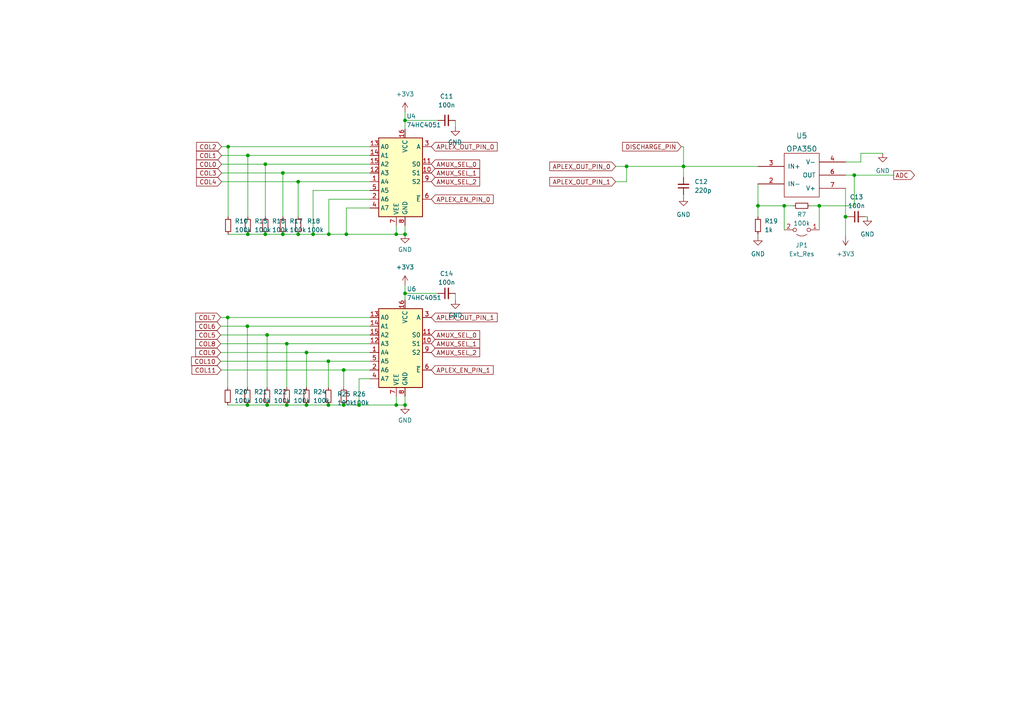
<source format=kicad_sch>
(kicad_sch (version 20230121) (generator eeschema)
  (paper "A4")
  (lib_symbols
    (symbol "74xx:74HC4051"
      (property "Reference" "U" (at -5.08 11.43 0))
      (property "Value" "74HC4051" (at -7.62 -13.97 0))
      (symbol "74HC4051_0_1"
        (rectangle (start -5.08 10.16) (end 7.62 -12.7) (stroke (width 0.254)) (fill (type background)))
      )
      (symbol "74HC4051_1_1"
        (pin passive line (at 10.16 -2.54 180) (length 2.54) (name "A4") (number "1"))
        (pin input line (at -7.62 0 0) (length 2.54) (name "S1") (number "10"))
        (pin input line (at -7.62 2.54 0) (length 2.54) (name "S0") (number "11"))
        (pin passive line (at 10.16 0 180) (length 2.54) (name "A3") (number "12"))
        (pin passive line (at 10.16 7.62 180) (length 2.54) (name "A0") (number "13"))
        (pin passive line (at 10.16 5.08 180) (length 2.54) (name "A1") (number "14"))
        (pin passive line (at 10.16 2.54 180) (length 2.54) (name "A2") (number "15"))
        (pin power_in line (at 0 12.7 270) (length 2.54) (name "VCC") (number "16"))
        (pin passive line (at 10.16 -7.62 180) (length 2.54) (name "A6") (number "2"))
        (pin passive line (at -7.62 7.62 0) (length 2.54) (name "A") (number "3"))
        (pin passive line (at 10.16 -10.16 180) (length 2.54) (name "A7") (number "4"))
        (pin passive line (at 10.16 -5.08 180) (length 2.54) (name "A5") (number "5"))
        (pin input line (at -7.62 -7.62 0) (length 2.54) (name "~{E}") (number "6"))
        (pin power_in line (at 2.54 -15.24 90) (length 2.54) (name "VEE") (number "7"))
        (pin power_in line (at 0 -15.24 90) (length 2.54) (name "GND") (number "8"))
        (pin input line (at -7.62 -2.54 0) (length 2.54) (name "S2") (number "9"))
      )
    )
    (symbol "Device:C_Small" (pin_numbers hide) (pin_names (offset 0.254) hide)
      (property "Reference" "C" (at 0.254 1.778 0))
      (property "Value" "C_Small" (at 0.254 -2.032 0))
      (symbol "C_Small_0_1"
        (polyline (pts (xy -1.524 -0.508) (xy 1.524 -0.508)) (stroke (width 0.3302)))
        (polyline (pts (xy -1.524 0.508) (xy 1.524 0.508)) (stroke (width 0.3048)))
      )
      (symbol "C_Small_1_1"
        (pin passive line (at 0 2.54 270) (length 2.032) (name "~") (number "1"))
        (pin passive line (at 0 -2.54 90) (length 2.032) (name "~") (number "2"))
      )
    )
    (symbol "Device:R_Small" (pin_numbers hide) (pin_names (offset 0.254) hide)
      (property "Reference" "R" (at 0.762 0.508 0))
      (property "Value" "R_Small" (at 0.762 -1.016 0))
      (symbol "R_Small_0_1"
        (rectangle (start -0.762 1.778) (end 0.762 -1.778) (stroke (width 0.2032)))
      )
      (symbol "R_Small_1_1"
        (pin passive line (at 0 2.54 270) (length 0.762) (name "~") (number "1"))
        (pin passive line (at 0 -2.54 90) (length 0.762) (name "~") (number "2"))
      )
    )
    (symbol "Jumper:Jumper_2_Open" (pin_names (offset 0) hide)
      (property "Reference" "JP" (at 0 2.794 0))
      (property "Value" "Jumper_2_Open" (at 0 -2.286 0))
      (symbol "Jumper_2_Open_0_0"
        (circle (center -2.032 0) (radius 0.508))
        (circle (center 2.032 0) (radius 0.508))
      )
      (symbol "Jumper_2_Open_0_1"
        (arc (start 1.524 1.27) (mid 0 1.778) (end -1.524 1.27))
      )
      (symbol "Jumper_2_Open_1_1"
        (pin passive line (at -5.08 0 0) (length 2.54) (name "A") (number "1"))
        (pin passive line (at 5.08 0 180) (length 2.54) (name "B") (number "2"))
      )
    )
    (symbol "cipulot_parts:OPA350" (pin_names (offset 1.016))
      (property "Reference" "U" (at 8.89 -7.62 0))
      (property "Value" "OPA350" (at 5.08 7.62 0))
      (symbol "OPA350_0_1"
        (rectangle (start 0 -6.35) (end 10.16 6.35))
        (pin input line (at -7.62 2.54 0) (length 7.62) (name "IN-") (number "2"))
        (pin input line (at -7.62 -2.54 0) (length 7.62) (name "IN+") (number "3"))
        (pin input line (at 17.78 -3.81 180) (length 7.62) (name "V-") (number "4"))
        (pin input line (at 17.78 0 180) (length 7.62) (name "OUT") (number "6"))
        (pin input line (at 17.78 3.81 180) (length 7.62) (name "V+") (number "7"))
      )
    )
    (symbol "power:+3V3" (power) (pin_names (offset 0))
      (property "Value" "+3V3" (at 0 3.556 0))
      (symbol "+3V3_0_1"
        (polyline (pts (xy -0.762 1.27) (xy 0 2.54)))
        (polyline (pts (xy 0 0) (xy 0 2.54)))
        (polyline (pts (xy 0 2.54) (xy 0.762 1.27)))
      )
      (symbol "+3V3_1_1"
        (pin power_in line (at 0 0 90) (length 0) hide (name "+3V3") (number "1"))
      )
    )
    (symbol "power:GND" (power) (pin_names (offset 0))
      (property "Value" "GND" (at 0 -3.81 0))
      (symbol "GND_0_1"
        (polyline (pts (xy 0 0) (xy 0 -1.27) (xy 1.27 -1.27) (xy 0 -2.54) (xy -1.27 -1.27) (xy 0 -1.27)))
      )
      (symbol "GND_1_1"
        (pin power_in line (at 0 0 270) (length 0) hide (name "GND") (number "1"))
      )
    )
  )
  (junction (at 247.777 50.8))
  (junction (at 82.042 50.165))
  (junction (at 88.9 117.475))
  (junction (at 99.695 117.475))
  (junction (at 104.14 117.475))
  (junction (at 181.737 48.26))
  (junction (at 76.962 47.625))
  (junction (at 77.47 117.475))
  (junction (at 117.475 34.925))
  (junction (at 71.882 67.945))
  (junction (at 71.755 117.475))
  (junction (at 100.457 67.945))
  (junction (at 90.805 67.945))
  (junction (at 66.167 42.545))
  (junction (at 66.04 92.075))
  (junction (at 219.837 59.69))
  (junction (at 86.487 67.945))
  (junction (at 82.042 67.945))
  (junction (at 198.247 48.26))
  (junction (at 71.755 94.615))
  (junction (at 237.617 59.69))
  (junction (at 83.185 117.475))
  (junction (at 77.47 97.155))
  (junction (at 95.377 67.945))
  (junction (at 71.882 45.085))
  (junction (at 95.25 117.475))
  (junction (at 117.475 67.945))
  (junction (at 114.935 117.475))
  (junction (at 227.457 59.69))
  (junction (at 117.475 85.09))
  (junction (at 86.487 52.705))
  (junction (at 88.9 102.235))
  (junction (at 95.25 104.775))
  (junction (at 76.962 67.945))
  (junction (at 245.237 62.865))
  (junction (at 117.475 117.475))
  (junction (at 83.185 99.695))
  (junction (at 114.935 67.945))
  (junction (at 99.695 107.315))
  (wire (pts (xy 77.47 97.155) (xy 77.47 112.395)))
  (wire (pts (xy 117.475 32.385) (xy 117.475 34.925)))
  (wire (pts (xy 250.952 62.865) (xy 251.587 62.865)))
  (wire (pts (xy 198.247 51.435) (xy 198.247 48.26)))
  (wire (pts (xy 71.755 112.395) (xy 71.755 94.615)))
  (wire (pts (xy 95.25 104.775) (xy 107.315 104.775)))
  (wire (pts (xy 64.008 104.775) (xy 95.25 104.775)))
  (wire (pts (xy 82.042 50.165) (xy 107.315 50.165)))
  (wire (pts (xy 117.475 34.925) (xy 117.475 37.465)))
  (wire (pts (xy 66.167 42.545) (xy 107.315 42.545)))
  (wire (pts (xy 71.882 45.085) (xy 107.315 45.085)))
  (wire (pts (xy 88.9 102.235) (xy 107.315 102.235)))
  (wire (pts (xy 86.487 52.705) (xy 86.487 62.865)))
  (wire (pts (xy 227.457 59.69) (xy 229.997 59.69)))
  (wire (pts (xy 76.962 47.625) (xy 76.962 62.865)))
  (wire (pts (xy 71.882 45.085) (xy 71.882 62.865)))
  (wire (pts (xy 245.237 50.8) (xy 247.777 50.8)))
  (wire (pts (xy 198.247 56.515) (xy 198.247 57.15)))
  (wire (pts (xy 247.777 59.69) (xy 237.617 59.69)))
  (wire (pts (xy 132.08 36.83) (xy 132.08 34.925)))
  (wire (pts (xy 247.777 50.8) (xy 247.777 59.69)))
  (wire (pts (xy 117.475 114.935) (xy 117.475 117.475)))
  (wire (pts (xy 66.167 42.545) (xy 66.167 62.865)))
  (wire (pts (xy 66.04 92.075) (xy 107.315 92.075)))
  (wire (pts (xy 88.9 102.235) (xy 88.9 112.395)))
  (wire (pts (xy 117.475 34.925) (xy 127 34.925)))
  (wire (pts (xy 95.25 117.475) (xy 99.695 117.475)))
  (wire (pts (xy 219.837 67.945) (xy 219.837 68.58)))
  (wire (pts (xy 114.935 67.945) (xy 117.475 67.945)))
  (wire (pts (xy 245.237 46.99) (xy 249.682 46.99)))
  (wire (pts (xy 117.475 65.405) (xy 117.475 67.945)))
  (wire (pts (xy 227.457 59.69) (xy 219.837 59.69)))
  (wire (pts (xy 219.837 53.34) (xy 219.837 59.69)))
  (wire (pts (xy 117.475 85.09) (xy 127 85.09)))
  (wire (pts (xy 88.9 117.475) (xy 95.25 117.475)))
  (wire (pts (xy 117.475 85.09) (xy 117.475 86.995)))
  (wire (pts (xy 77.47 97.155) (xy 107.315 97.155)))
  (wire (pts (xy 71.755 94.615) (xy 107.315 94.615)))
  (wire (pts (xy 77.47 117.475) (xy 83.185 117.475)))
  (wire (pts (xy 86.487 52.705) (xy 107.315 52.705)))
  (wire (pts (xy 178.562 48.26) (xy 181.737 48.26)))
  (wire (pts (xy 64.008 92.075) (xy 66.04 92.075)))
  (wire (pts (xy 249.682 46.99) (xy 249.682 44.45)))
  (wire (pts (xy 83.185 99.695) (xy 107.315 99.695)))
  (wire (pts (xy 237.617 59.69) (xy 237.617 66.675)))
  (wire (pts (xy 76.962 47.625) (xy 107.315 47.625)))
  (wire (pts (xy 64.262 52.705) (xy 86.487 52.705)))
  (wire (pts (xy 82.042 50.165) (xy 82.042 62.865)))
  (wire (pts (xy 107.315 107.315) (xy 99.695 107.315)))
  (wire (pts (xy 66.167 67.945) (xy 71.882 67.945)))
  (wire (pts (xy 71.755 117.475) (xy 77.47 117.475)))
  (wire (pts (xy 132.08 86.995) (xy 132.08 85.09)))
  (wire (pts (xy 114.935 117.475) (xy 117.475 117.475)))
  (wire (pts (xy 104.14 109.855) (xy 104.14 117.475)))
  (wire (pts (xy 95.25 104.775) (xy 95.25 112.395)))
  (wire (pts (xy 99.695 107.315) (xy 99.695 112.395)))
  (wire (pts (xy 86.487 67.945) (xy 90.805 67.945)))
  (wire (pts (xy 64.262 45.085) (xy 71.882 45.085)))
  (wire (pts (xy 66.04 117.475) (xy 71.755 117.475)))
  (wire (pts (xy 198.247 48.26) (xy 219.837 48.26)))
  (wire (pts (xy 66.04 112.395) (xy 66.04 92.075)))
  (wire (pts (xy 114.935 65.405) (xy 114.935 67.945)))
  (wire (pts (xy 64.008 102.235) (xy 88.9 102.235)))
  (wire (pts (xy 83.185 99.695) (xy 83.185 112.395)))
  (wire (pts (xy 245.237 54.61) (xy 245.237 62.865)))
  (wire (pts (xy 64.135 107.315) (xy 99.695 107.315)))
  (wire (pts (xy 83.185 117.475) (xy 88.9 117.475)))
  (wire (pts (xy 198.247 42.545) (xy 198.247 48.26)))
  (wire (pts (xy 107.315 109.855) (xy 104.14 109.855)))
  (wire (pts (xy 90.805 55.245) (xy 90.805 67.945)))
  (wire (pts (xy 219.837 59.69) (xy 219.837 62.865)))
  (wire (pts (xy 64.008 99.695) (xy 83.185 99.695)))
  (wire (pts (xy 100.457 60.325) (xy 100.457 67.945)))
  (wire (pts (xy 90.805 55.245) (xy 107.315 55.245)))
  (wire (pts (xy 104.14 117.475) (xy 114.935 117.475)))
  (wire (pts (xy 82.042 67.945) (xy 86.487 67.945)))
  (wire (pts (xy 95.377 57.785) (xy 95.377 67.945)))
  (wire (pts (xy 245.872 62.865) (xy 245.237 62.865)))
  (wire (pts (xy 256.032 44.45) (xy 249.682 44.45)))
  (wire (pts (xy 178.562 52.705) (xy 181.737 52.705)))
  (wire (pts (xy 107.315 60.325) (xy 100.457 60.325)))
  (wire (pts (xy 64.008 97.155) (xy 77.47 97.155)))
  (wire (pts (xy 181.737 52.705) (xy 181.737 48.26)))
  (wire (pts (xy 247.777 50.8) (xy 259.207 50.8)))
  (wire (pts (xy 64.008 94.615) (xy 71.755 94.615)))
  (wire (pts (xy 95.377 67.945) (xy 100.457 67.945)))
  (wire (pts (xy 197.612 42.545) (xy 198.247 42.545)))
  (wire (pts (xy 64.262 42.545) (xy 66.167 42.545)))
  (wire (pts (xy 117.475 82.55) (xy 117.475 85.09)))
  (wire (pts (xy 64.262 47.625) (xy 76.962 47.625)))
  (wire (pts (xy 71.882 67.945) (xy 76.962 67.945)))
  (wire (pts (xy 99.695 117.475) (xy 104.14 117.475)))
  (wire (pts (xy 181.737 48.26) (xy 198.247 48.26)))
  (wire (pts (xy 100.457 67.945) (xy 114.935 67.945)))
  (wire (pts (xy 227.457 59.69) (xy 227.457 66.675)))
  (wire (pts (xy 107.315 57.785) (xy 95.377 57.785)))
  (wire (pts (xy 114.935 114.935) (xy 114.935 117.475)))
  (wire (pts (xy 76.962 67.945) (xy 82.042 67.945)))
  (wire (pts (xy 90.805 67.945) (xy 95.377 67.945)))
  (wire (pts (xy 235.077 59.69) (xy 237.617 59.69)))
  (wire (pts (xy 64.262 50.165) (xy 82.042 50.165)))
  (wire (pts (xy 245.237 62.865) (xy 245.237 68.58)))
  (global_label "APLEX_OUT_PIN_1" (shape input) (at 178.562 52.705 180) (property "Intersheetrefs" "${INTERSHEET_REFS}" (effects hide)))
  (global_label "APLEX_OUT_PIN_0" (shape input) (at 125.095 42.545 0) (property "Intersheetrefs" "${INTERSHEET_REFS}" (effects hide)))
  (global_label "AMUX_SEL_1" (shape input) (at 125.095 99.695 0) (property "Intersheetrefs" "${INTERSHEET_REFS}" (effects hide)))
  (global_label "COL9" (shape input) (at 64.008 102.235 180) (property "Intersheetrefs" "${INTERSHEET_REFS}" (effects hide)))
  (global_label "APLEX_OUT_PIN_1" (shape input) (at 125.095 92.075 0) (property "Intersheetrefs" "${INTERSHEET_REFS}" (effects hide)))
  (global_label "AMUX_SEL_2" (shape input) (at 125.095 52.705 0) (property "Intersheetrefs" "${INTERSHEET_REFS}" (effects hide)))
  (global_label "AMUX_SEL_0" (shape input) (at 125.095 97.155 0) (property "Intersheetrefs" "${INTERSHEET_REFS}" (effects hide)))
  (global_label "APLEX_EN_PIN_0" (shape input) (at 125.095 57.785 0) (property "Intersheetrefs" "${INTERSHEET_REFS}" (effects hide)))
  (global_label "COL2" (shape input) (at 64.262 42.545 180) (property "Intersheetrefs" "${INTERSHEET_REFS}" (effects hide)))
  (global_label "COL0" (shape input) (at 64.262 47.625 180) (property "Intersheetrefs" "${INTERSHEET_REFS}" (effects hide)))
  (global_label "COL5" (shape input) (at 64.008 97.155 180) (property "Intersheetrefs" "${INTERSHEET_REFS}" (effects hide)))
  (global_label "COL1" (shape input) (at 64.262 45.085 180) (property "Intersheetrefs" "${INTERSHEET_REFS}" (effects hide)))
  (global_label "COL4" (shape input) (at 64.262 52.705 180) (property "Intersheetrefs" "${INTERSHEET_REFS}" (effects hide)))
  (global_label "COL3" (shape input) (at 64.262 50.165 180) (property "Intersheetrefs" "${INTERSHEET_REFS}" (effects hide)))
  (global_label "APLEX_EN_PIN_1" (shape input) (at 125.095 107.315 0) (property "Intersheetrefs" "${INTERSHEET_REFS}" (effects hide)))
  (global_label "COL8" (shape input) (at 64.008 99.695 180) (property "Intersheetrefs" "${INTERSHEET_REFS}" (effects hide)))
  (global_label "DISCHARGE_PIN" (shape input) (at 197.612 42.545 180) (property "Intersheetrefs" "${INTERSHEET_REFS}" (effects hide)))
  (global_label "AMUX_SEL_1" (shape input) (at 125.095 50.165 0) (property "Intersheetrefs" "${INTERSHEET_REFS}" (effects hide)))
  (global_label "ADC" (shape output) (at 259.207 50.8 0) (property "Intersheetrefs" "${INTERSHEET_REFS}" (effects hide)))
  (global_label "COL11" (shape input) (at 64.135 107.315 180) (property "Intersheetrefs" "${INTERSHEET_REFS}" (effects hide)))
  (global_label "COL7" (shape input) (at 64.008 92.075 180) (property "Intersheetrefs" "${INTERSHEET_REFS}" (effects hide)))
  (global_label "AMUX_SEL_0" (shape input) (at 125.095 47.625 0) (property "Intersheetrefs" "${INTERSHEET_REFS}" (effects hide)))
  (global_label "COL6" (shape input) (at 64.008 94.615 180) (property "Intersheetrefs" "${INTERSHEET_REFS}" (effects hide)))
  (global_label "COL10" (shape input) (at 64.008 104.775 180) (property "Intersheetrefs" "${INTERSHEET_REFS}" (effects hide)))
  (global_label "APLEX_OUT_PIN_0" (shape input) (at 178.562 48.26 180) (property "Intersheetrefs" "${INTERSHEET_REFS}" (effects hide)))
  (global_label "AMUX_SEL_2" (shape input) (at 125.095 102.235 0) (property "Intersheetrefs" "${INTERSHEET_REFS}" (effects hide)))
  (symbol (lib_id "power:GND") (at 132.08 86.995 0) (unit 1)
    (property "Reference" "#PWR041" (effects hide))
    (property "Value" "GND" (at 132.08 91.44 0))
    (instances (project "the-nicholas-van" (path "" (reference "#PWR041") (unit 1))) (project "Analog" (path "" (reference "#PWR0135") (unit 1))) (project "travaulta prototype" (path "" (reference "#PWR0135") (unit 1))))
  )
  (symbol (lib_id "power:+3V3") (at 117.475 32.385 0) (unit 1)
    (property "Reference" "#PWR09" (effects hide))
    (property "Value" "+3V3" (at 117.475 27.305 0))
    (instances (project "the-nicholas-van" (path "" (reference "#PWR09") (unit 1))) (project "Analog" (path "" (reference "#PWR0138") (unit 1))) (project "travaulta prototype" (path "" (reference "#PWR0138") (unit 1))))
  )
  (symbol (lib_id "Device:R_Small") (at 71.882 65.405 0) (unit 1)
    (property "Reference" "R15" (at 73.787 64.1349 0) (effects (justify left)))
    (property "Value" "100k" (at 73.787 66.6749 0) (effects (justify left)))
    (property "Footprint" "Resistor_SMD:R_0402_1005Metric" (effects hide))
    (instances (project "the-nicholas-van" (path "" (reference "R15") (unit 1))) (project "Analog" (path "" (reference "R13") (unit 1))) (project "travaulta prototype" (path "" (reference "R13") (unit 1))))
  )
  (symbol (lib_id "Device:C_Small") (at 248.412 62.865 90) (unit 1)
    (property "Reference" "C13" (at 248.4183 57.15 90))
    (property "Value" "100n" (at 248.4183 59.69 90))
    (property "Footprint" "Capacitor_SMD:C_0402_1005Metric" (effects hide))
    (instances (project "the-nicholas-van" (path "" (reference "C13") (unit 1))) (project "Analog" (path "" (reference "C15") (unit 1))) (project "travaulta prototype" (path "" (reference "C15") (unit 1))))
  )
  (symbol (lib_id "power:GND") (at 198.247 57.15 0) (unit 1)
    (property "Reference" "#PWR018" (effects hide))
    (property "Value" "GND" (at 198.247 62.23 0))
    (instances (project "the-nicholas-van" (path "" (reference "#PWR018") (unit 1))) (project "Analog" (path "" (reference "#PWR0148") (unit 1))) (project "travaulta prototype" (path "" (reference "#PWR0148") (unit 1))))
  )
  (symbol (lib_id "Device:R_Small") (at 86.487 65.405 0) (unit 1)
    (property "Reference" "R18" (at 89.027 64.135 0) (effects (justify left)))
    (property "Value" "100k" (at 89.027 66.675 0) (effects (justify left)))
    (property "Footprint" "Resistor_SMD:R_0402_1005Metric" (effects hide))
    (instances (project "the-nicholas-van" (path "" (reference "R18") (unit 1))) (project "Analog" (path "" (reference "R19") (unit 1))) (project "travaulta prototype" (path "" (reference "R19") (unit 1))))
  )
  (symbol (lib_id "Device:R_Small") (at 82.042 65.405 0) (unit 1)
    (property "Reference" "R17" (at 83.947 64.135 0) (effects (justify left)))
    (property "Value" "100k" (at 83.947 66.6749 0) (effects (justify left)))
    (property "Footprint" "Resistor_SMD:R_0402_1005Metric" (effects hide))
  )
  (symbol (lib_id "cipulot_parts:OPA350") (at 227.457 50.8 0) (mirror x) (unit 1)
    (property "Reference" "U5" (at 232.537 39.37 0) (effects (font (size 1.524 1.524))))
    (property "Value" "OPA350" (at 232.537 43.18 0) (effects (font (size 1.524 1.524))))
    (property "Footprint" "Package_SO:SOIC-8_3.9x4.9mm_P1.27mm" (effects hide))
  )
  (symbol (lib_id "74xx:74HC4051") (at 117.475 50.165 0) (mirror y) (unit 1)
    (property "Reference" "U4" (at 117.8766 33.7044 0) (effects (justify right)))
    (property "Value" "74HC4051" (at 117.8766 36.2444 0) (effects (justify right)))
    (property "Footprint" "cipulot_parts:TSSOP16" (effects hide))
    (property "Datasheet" "http://www.ti.com/lit/ds/symlink/cd74hc4051.pdf" (effects hide))
  )
  (symbol (lib_id "power:GND") (at 117.475 67.945 0) (unit 1)
    (property "Reference" "#PWR026" (effects hide))
    (property "Value" "GND" (at 117.475 72.39 0))
    (instances (project "the-nicholas-van" (path "" (reference "#PWR026") (unit 1))) (project "Analog" (path "" (reference "#PWR0136") (unit 1))) (project "travaulta prototype" (path "" (reference "#PWR0136") (unit 1))))
  )
  (symbol (lib_id "Device:R_Small") (at 83.185 114.935 0) (unit 1)
    (property "Reference" "R23" (at 85.09 113.6649 0) (effects (justify left)))
    (property "Value" "100k" (at 85.09 116.2049 0) (effects (justify left)))
    (property "Footprint" "Resistor_SMD:R_0402_1005Metric" (effects hide))
    (instances (project "the-nicholas-van" (path "" (reference "R23") (unit 1))) (project "Analog" (path "" (reference "R14") (unit 1))) (project "travaulta prototype" (path "" (reference "R14") (unit 1))))
  )
  (symbol (lib_id "Device:R_Small") (at 66.04 114.935 0) (unit 1)
    (property "Reference" "R20" (at 67.945 113.665 0) (effects (justify left)))
    (property "Value" "100k" (at 67.945 116.2049 0) (effects (justify left)))
    (property "Footprint" "Resistor_SMD:R_0402_1005Metric" (effects hide))
  )
  (symbol (lib_id "Device:R_Small") (at 232.537 59.69 90) (unit 1)
    (property "Reference" "R7" (at 232.537 62.23 90))
    (property "Value" "100k" (at 232.537 64.77 90))
    (property "Footprint" "Resistor_SMD:R_0402_1005Metric" (effects hide))
    (instances (project "the-nicholas-van" (path "" (reference "R7") (unit 1))) (project "Analog" (path "" (reference "R21") (unit 1))) (project "travaulta prototype" (path "" (reference "R21") (unit 1))))
  )
  (symbol (lib_id "Device:C_Small") (at 129.54 85.09 90) (unit 1)
    (property "Reference" "C14" (at 129.5463 79.375 90))
    (property "Value" "100n" (at 129.5463 81.915 90))
    (property "Footprint" "Capacitor_SMD:C_0402_1005Metric" (effects hide))
    (instances (project "the-nicholas-van" (path "" (reference "C14") (unit 1))) (project "Analog" (path "" (reference "C12") (unit 1))) (project "travaulta prototype" (path "" (reference "C12") (unit 1))))
  )
  (symbol (lib_id "Jumper:Jumper_2_Open") (at 232.537 66.675 180) (unit 1)
    (property "Reference" "JP1" (at 232.537 71.1231 0))
    (property "Value" "Ext_Res" (at 232.537 73.66 0))
    (property "Footprint" "Resistor_SMD:R_0603_1608Metric_Pad0.98x0.95mm_HandSolder" (effects hide))
  )
  (symbol (lib_id "Device:R_Small") (at 95.25 114.935 0) (unit 1)
    (property "Reference" "R25" (at 97.79 114.3 0) (effects (justify left)))
    (property "Value" "100k" (at 97.79 116.84 0) (effects (justify left)))
    (property "Footprint" "Resistor_SMD:R_0402_1005Metric" (effects hide))
    (instances (project "the-nicholas-van" (path "" (reference "R25") (unit 1))) (project "Analog" (path "" (reference "R1") (unit 1))) (project "travaulta prototype" (path "" (reference "R5") (unit 1))))
  )
  (symbol (lib_id "Device:R_Small") (at 76.962 65.405 0) (unit 1)
    (property "Reference" "R16" (at 78.867 64.1349 0) (effects (justify left)))
    (property "Value" "100k" (at 78.867 66.6749 0) (effects (justify left)))
    (property "Footprint" "Resistor_SMD:R_0402_1005Metric" (effects hide))
    (instances (project "the-nicholas-van" (path "" (reference "R16") (unit 1))) (project "Analog" (path "" (reference "R15") (unit 1))) (project "travaulta prototype" (path "" (reference "R15") (unit 1))))
  )
  (symbol (lib_id "power:+3V3") (at 117.475 82.55 0) (unit 1)
    (property "Reference" "#PWR040" (effects hide))
    (property "Value" "+3V3" (at 117.475 77.47 0))
    (instances (project "the-nicholas-van" (path "" (reference "#PWR040") (unit 1))) (project "Analog" (path "" (reference "#PWR0137") (unit 1))) (project "travaulta prototype" (path "" (reference "#PWR0137") (unit 1))))
  )
  (symbol (lib_id "Device:R_Small") (at 99.695 114.935 0) (unit 1)
    (property "Reference" "R26" (at 102.235 114.3 0) (effects (justify left)))
    (property "Value" "100k" (at 102.235 116.84 0) (effects (justify left)))
    (property "Footprint" "Resistor_SMD:R_0402_1005Metric" (effects hide))
    (instances (project "the-nicholas-van" (path "" (reference "R26") (unit 1))) (project "Analog" (path "" (reference "R1") (unit 1))) (project "travaulta prototype" (path "" (reference "R5") (unit 1))))
  )
  (symbol (lib_id "Device:R_Small") (at 77.47 114.935 0) (unit 1)
    (property "Reference" "R22" (at 79.375 113.6649 0) (effects (justify left)))
    (property "Value" "100k" (at 79.375 116.2049 0) (effects (justify left)))
    (property "Footprint" "Resistor_SMD:R_0402_1005Metric" (effects hide))
    (instances (project "the-nicholas-van" (path "" (reference "R22") (unit 1))) (project "Analog" (path "" (reference "R12") (unit 1))) (project "travaulta prototype" (path "" (reference "R12") (unit 1))))
  )
  (symbol (lib_id "Device:C_Small") (at 198.247 53.975 180) (unit 1)
    (property "Reference" "C12" (at 201.422 52.6985 0) (effects (justify right)))
    (property "Value" "220p" (at 201.422 55.2385 0) (effects (justify right)))
    (property "Footprint" "Capacitor_SMD:C_0402_1005Metric" (effects hide))
    (instances (project "the-nicholas-van" (path "" (reference "C12") (unit 1))) (project "Analog" (path "" (reference "C14") (unit 1))) (project "travaulta prototype" (path "" (reference "C14") (unit 1))))
  )
  (symbol (lib_id "Device:R_Small") (at 66.167 65.405 0) (unit 1)
    (property "Reference" "R10" (at 68.072 64.1349 0) (effects (justify left)))
    (property "Value" "100k" (at 68.072 66.6749 0) (effects (justify left)))
    (property "Footprint" "Resistor_SMD:R_0402_1005Metric" (effects hide))
    (instances (project "the-nicholas-van" (path "" (reference "R10") (unit 1))) (project "Analog" (path "" (reference "R11") (unit 1))) (project "travaulta prototype" (path "" (reference "R11") (unit 1))))
  )
  (symbol (lib_id "74xx:74HC4051") (at 117.475 99.695 0) (mirror y) (unit 1)
    (property "Reference" "U6" (at 117.9956 83.82 0) (effects (justify right)))
    (property "Value" "74HC4051" (at 117.9956 86.36 0) (effects (justify right)))
    (property "Footprint" "cipulot_parts:TSSOP16" (effects hide))
    (property "Datasheet" "http://www.ti.com/lit/ds/symlink/cd74hc4051.pdf" (effects hide))
    (instances (project "the-nicholas-van" (path "" (reference "U6") (unit 1))) (project "Analog" (path "" (reference "U3") (unit 1))) (project "travaulta prototype" (path "" (reference "U3") (unit 1))))
  )
  (symbol (lib_id "Device:R_Small") (at 219.837 65.405 0) (unit 1)
    (property "Reference" "R19" (at 221.742 64.1349 0) (effects (justify left)))
    (property "Value" "1k" (at 221.742 66.6749 0) (effects (justify left)))
    (property "Footprint" "Resistor_SMD:R_0402_1005Metric" (effects hide))
    (instances (project "the-nicholas-van" (path "" (reference "R19") (unit 1))) (project "Analog" (path "" (reference "R23") (unit 1))) (project "travaulta prototype" (path "" (reference "R23") (unit 1))))
  )
  (symbol (lib_id "power:GND") (at 251.587 62.865 0) (unit 1)
    (property "Reference" "#PWR025" (effects hide))
    (property "Value" "GND" (at 251.587 67.945 0))
    (instances (project "the-nicholas-van" (path "" (reference "#PWR025") (unit 1))) (project "Analog" (path "" (reference "#PWR0142") (unit 1))) (project "travaulta prototype" (path "" (reference "#PWR0142") (unit 1))))
  )
  (symbol (lib_id "power:+3V3") (at 245.237 68.58 180) (unit 1)
    (property "Reference" "#PWR036" (effects hide))
    (property "Value" "+3V3" (at 245.237 73.66 0))
    (instances (project "the-nicholas-van" (path "" (reference "#PWR036") (unit 1))) (project "Analog" (path "" (reference "#PWR0143") (unit 1))) (project "travaulta prototype" (path "" (reference "#PWR0143") (unit 1))))
  )
  (symbol (lib_id "power:GND") (at 219.837 68.58 0) (unit 1)
    (property "Reference" "#PWR028" (effects hide))
    (property "Value" "GND" (at 219.837 73.66 0))
    (instances (project "the-nicholas-van" (path "" (reference "#PWR028") (unit 1))) (project "Analog" (path "" (reference "#PWR0141") (unit 1))) (project "travaulta prototype" (path "" (reference "#PWR0141") (unit 1))))
  )
  (symbol (lib_id "power:GND") (at 132.08 36.83 0) (unit 1)
    (property "Reference" "#PWR010" (effects hide))
    (property "Value" "GND" (at 131.953 41.275 0))
    (instances (project "the-nicholas-van" (path "" (reference "#PWR010") (unit 1))) (project "Analog" (path "" (reference "#PWR0139") (unit 1))) (project "travaulta prototype" (path "" (reference "#PWR0139") (unit 1))))
  )
  (symbol (lib_id "power:GND") (at 117.475 117.475 0) (unit 1)
    (property "Reference" "#PWR044" (effects hide))
    (property "Value" "GND" (at 117.475 121.92 0))
    (instances (project "the-nicholas-van" (path "" (reference "#PWR044") (unit 1))) (project "Analog" (path "" (reference "#PWR0134") (unit 1))) (project "travaulta prototype" (path "" (reference "#PWR0134") (unit 1))))
  )
  (symbol (lib_id "Device:R_Small") (at 88.9 114.935 0) (unit 1)
    (property "Reference" "R24" (at 90.805 113.6649 0) (effects (justify left)))
    (property "Value" "100k" (at 90.805 116.2049 0) (effects (justify left)))
    (property "Footprint" "Resistor_SMD:R_0402_1005Metric" (effects hide))
    (instances (project "the-nicholas-van" (path "" (reference "R24") (unit 1))) (project "Analog" (path "" (reference "R16") (unit 1))) (project "travaulta prototype" (path "" (reference "R16") (unit 1))))
  )
  (symbol (lib_id "Device:R_Small") (at 71.755 114.935 0) (unit 1)
    (property "Reference" "R21" (at 73.66 113.6649 0) (effects (justify left)))
    (property "Value" "100k" (at 73.66 116.2049 0) (effects (justify left)))
    (property "Footprint" "Resistor_SMD:R_0402_1005Metric" (effects hide))
    (instances (project "the-nicholas-van" (path "" (reference "R21") (unit 1))) (project "Analog" (path "" (reference "R10") (unit 1))) (project "travaulta prototype" (path "" (reference "R10") (unit 1))))
  )
  (symbol (lib_id "Device:C_Small") (at 129.54 34.925 90) (unit 1)
    (property "Reference" "C11" (at 129.5463 27.94 90))
    (property "Value" "100n" (at 129.5463 30.48 90))
    (property "Footprint" "Capacitor_SMD:C_0402_1005Metric" (effects hide))
    (instances (project "the-nicholas-van" (path "" (reference "C11") (unit 1))) (project "Analog" (path "" (reference "C13") (unit 1))) (project "travaulta prototype" (path "" (reference "C13") (unit 1))))
  )
  (symbol (lib_id "power:GND") (at 256.032 44.45 0) (unit 1)
    (property "Reference" "#PWR011" (effects hide))
    (property "Value" "GND" (at 256.032 49.53 0))
    (instances (project "the-nicholas-van" (path "" (reference "#PWR011") (unit 1))) (project "Analog" (path "" (reference "#PWR0140") (unit 1))) (project "travaulta prototype" (path "" (reference "#PWR0140") (unit 1))))
  )
)
</source>
